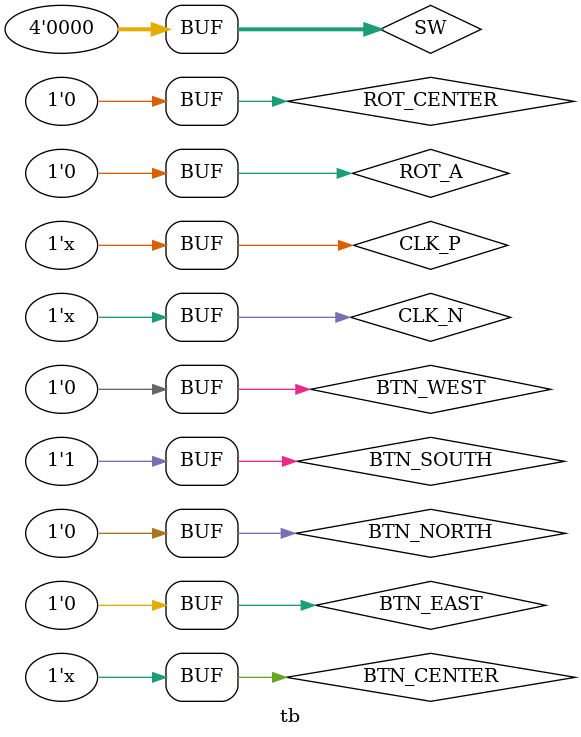
<source format=v>
`timescale 1ns / 1ps


module tb(
    );
    
    
    reg CLK_N, CLK_P;
    wire ROT_A, ROT_CENTER, BTN_EAST, BTN_NORTH, BTN_WEST;
    reg BTN_SOUTH;
    reg BTN_CENTER;
    wire [3:0] SW;
    wire [3:0] LED;
    wire LCD_RS, LCD_E, LCD_RW;
    wire [11:8] SF_D;
    assign ROT_A = 1'b0;
    assign ROT_CENTER = 1'b0;
    assign BTN_EAST = 1'b0;
    assign BTN_NORTH = 1'b0;
    assign BTN_WEST = 1'b0;
    assign SW = 3'b0;
    cpu_top u0(CLK_N, CLK_P, ROT_A, ROT_CENTER, BTN_SOUTH, BTN_EAST, BTN_NORTH,
                       BTN_WEST, BTN_CENTER, SW, LED, LCD_E, LCD_RS, LCD_RW, SF_D);
    initial begin
        CLK_N = 1'b0;
        CLK_P = 1'b1;
        BTN_SOUTH = 1'b0;
        BTN_CENTER = 1'b0;
        #200;
        BTN_SOUTH = 1'b1;
    end
    always #20000 BTN_CENTER=~BTN_CENTER;
        
    always #50 CLK_N=~CLK_N;
    always #50 CLK_P=~CLK_P;   
        
endmodule

</source>
